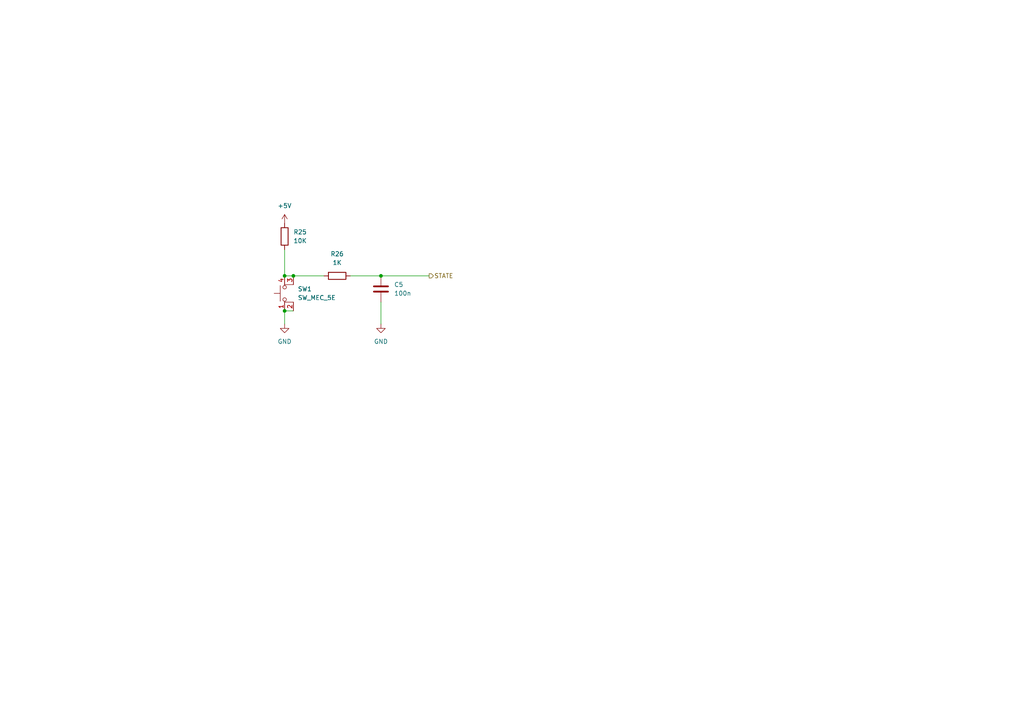
<source format=kicad_sch>
(kicad_sch (version 20211123) (generator eeschema)
  (paper "A4")
  (lib_symbols
    (symbol "Device:C" (pin_numbers hide) (pin_names (offset 0.254))
      (property "Reference" "C" (at 0.635 2.54 0))
      (property "Value" "C" (at 0.635 -2.54 0))
      (symbol "C_0_1"
        (polyline (pts (xy -2.032 -0.762) (xy 2.032 -0.762)) (stroke (width 0.508)))
        (polyline (pts (xy -2.032 0.762) (xy 2.032 0.762)) (stroke (width 0.508)))
      )
      (symbol "C_1_1"
        (pin passive line (at 0 3.81 270) (length 2.794) (name "~") (number "1"))
        (pin passive line (at 0 -3.81 90) (length 2.794) (name "~") (number "2"))
      )
    )
    (symbol "Device:R" (pin_numbers hide) (pin_names (offset 0))
      (property "Reference" "R" (at 2.032 0 90))
      (property "Value" "R" (at 0 0 90))
      (symbol "R_0_1"
        (rectangle (start -1.016 -2.54) (end 1.016 2.54) (stroke (width 0.254)))
      )
      (symbol "R_1_1"
        (pin passive line (at 0 3.81 270) (length 1.27) (name "~") (number "1"))
        (pin passive line (at 0 -3.81 90) (length 1.27) (name "~") (number "2"))
      )
    )
    (symbol "Switch:SW_MEC_5E" (pin_names (offset 1.016) hide)
      (property "Reference" "SW" (at 0.635 5.715 0))
      (property "Value" "SW_MEC_5E" (at 0 -3.175 0))
      (symbol "SW_MEC_5E_0_1"
        (circle (center -1.778 2.54) (radius 0.508))
        (polyline (pts (xy -2.286 3.81) (xy 2.286 3.81)))
        (polyline (pts (xy 0 3.81) (xy 0 5.588)))
        (polyline (pts (xy -2.54 0) (xy -2.54 2.54) (xy -2.286 2.54)))
        (polyline (pts (xy 2.54 0) (xy 2.54 2.54) (xy 2.286 2.54)))
        (circle (center 1.778 2.54) (radius 0.508))
        (pin passive line (at -5.08 2.54 0) (length 2.54) (name "1") (number "1"))
        (pin passive line (at -5.08 0 0) (length 2.54) (name "2") (number "2"))
        (pin passive line (at 5.08 0 180) (length 2.54) (name "K") (number "3"))
        (pin passive line (at 5.08 2.54 180) (length 2.54) (name "A") (number "4"))
      )
    )
    (symbol "power:+5V" (power) (pin_names (offset 0))
      (property "Value" "+5V" (at 0 3.556 0))
      (symbol "+5V_0_1"
        (polyline (pts (xy -0.762 1.27) (xy 0 2.54)))
        (polyline (pts (xy 0 0) (xy 0 2.54)))
        (polyline (pts (xy 0 2.54) (xy 0.762 1.27)))
      )
      (symbol "+5V_1_1"
        (pin power_in line (at 0 0 90) (length 0) hide (name "+5V") (number "1"))
      )
    )
    (symbol "power:GND" (power) (pin_names (offset 0))
      (property "Value" "GND" (at 0 -3.81 0))
      (symbol "GND_0_1"
        (polyline (pts (xy 0 0) (xy 0 -1.27) (xy 1.27 -1.27) (xy 0 -2.54) (xy -1.27 -1.27) (xy 0 -1.27)))
      )
      (symbol "GND_1_1"
        (pin power_in line (at 0 0 270) (length 0) hide (name "GND") (number "1"))
      )
    )
  )
  (junction (at 110.49 80.01))
  (junction (at 82.55 90.17))
  (junction (at 82.55 80.01))
  (junction (at 85.09 80.01))
  (wire (pts (xy 110.49 80.01) (xy 124.46 80.01)))
  (wire (pts (xy 85.09 80.01) (xy 93.98 80.01)))
  (wire (pts (xy 82.55 72.39) (xy 82.55 80.01)))
  (wire (pts (xy 110.49 93.98) (xy 110.49 87.63)))
  (wire (pts (xy 82.55 80.01) (xy 85.09 80.01)))
  (wire (pts (xy 101.6 80.01) (xy 110.49 80.01)))
  (wire (pts (xy 82.55 90.17) (xy 85.09 90.17)))
  (wire (pts (xy 82.55 90.17) (xy 82.55 93.98)))
  (hierarchical_label "STATE" (shape output) (at 124.46 80.01 0))
  (symbol (lib_id "Device:R") (at 97.79 80.01 90) (unit 1)
    (property "Reference" "R26" (at 97.79 73.66 90))
    (property "Value" "1K" (at 97.79 76.2 90))
    (property "Footprint" "Resistor_THT:R_Axial_DIN0207_L6.3mm_D2.5mm_P7.62mm_Horizontal" (effects hide))
  )
  (symbol (lib_id "Device:R") (at 82.55 68.58 180) (unit 1)
    (property "Reference" "R25" (at 85.09 67.3099 0) (effects (justify right)))
    (property "Value" "10K" (at 85.09 69.8499 0) (effects (justify right)))
    (property "Footprint" "Resistor_THT:R_Axial_DIN0207_L6.3mm_D2.5mm_P7.62mm_Horizontal" (effects hide))
  )
  (symbol (lib_id "Switch:SW_MEC_5E") (at 85.09 85.09 90) (unit 1)
    (property "Reference" "SW1" (at 86.36 83.8199 90) (effects (justify right)))
    (property "Value" "SW_MEC_5E" (at 86.36 86.3599 90) (effects (justify right)))
    (property "Footprint" "Button_Switch_THT:SW_Push_2P1T_Toggle_CK_PVA1xxH1xxxxxxV2" (effects hide))
    (property "Datasheet" "http://www.apem.com/int/index.php?controller=attachment&id_attachment=1371" (effects hide))
  )
  (symbol (lib_id "Device:C") (at 110.49 83.82 0) (unit 1)
    (property "Reference" "C5" (at 114.3 82.5499 0) (effects (justify left)))
    (property "Value" "100n" (at 114.3 85.0899 0) (effects (justify left)))
    (property "Footprint" "Capacitor_THT:CP_Radial_D6.3mm_P2.50mm" (effects hide))
  )
  (symbol (lib_id "power:GND") (at 110.49 93.98 0) (unit 1)
    (property "Reference" "#PWR0121" (effects hide))
    (property "Value" "GND" (at 110.49 99.06 0))
  )
  (symbol (lib_id "power:+5V") (at 82.55 64.77 0) (unit 1)
    (property "Reference" "#PWR0120" (effects hide))
    (property "Value" "+5V" (at 82.55 59.69 0))
  )
  (symbol (lib_id "power:GND") (at 82.55 93.98 0) (unit 1)
    (property "Reference" "#PWR0122" (effects hide))
    (property "Value" "GND" (at 82.55 99.06 0))
  )
)
</source>
